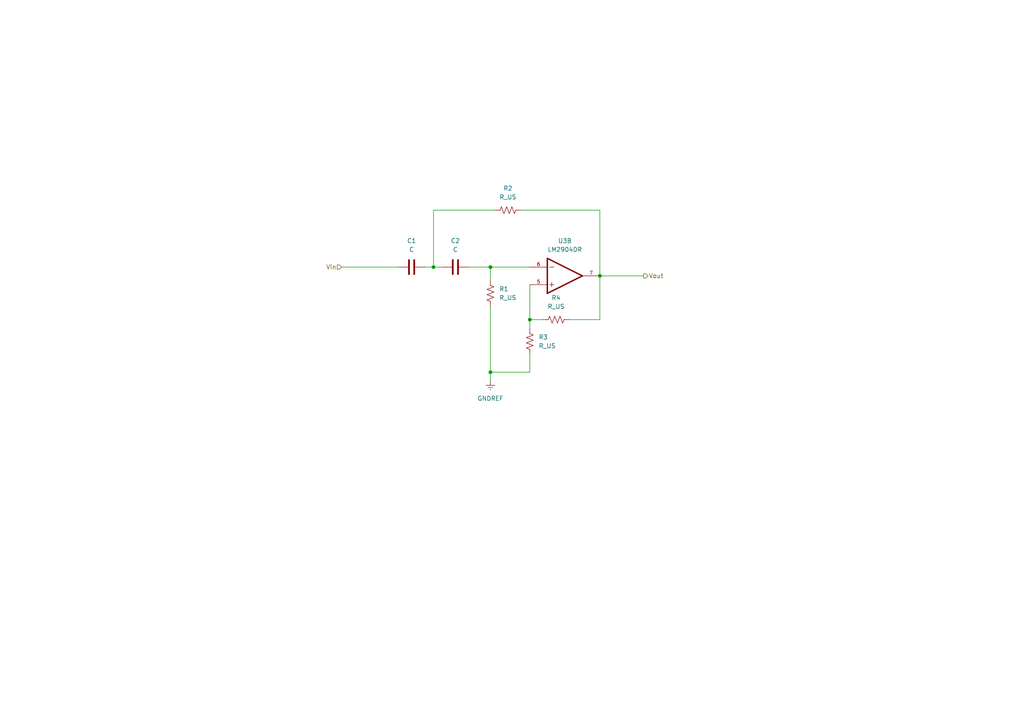
<source format=kicad_sch>
(kicad_sch (version 20230121) (generator eeschema)
  (paper "A4")
  (lib_symbols
    (symbol "Device:C" (pin_numbers hide) (pin_names (offset 0.254))
      (property "Reference" "C" (at 0.635 2.54 0))
      (property "Value" "C" (at 0.635 -2.54 0))
      (symbol "C_0_1"
        (polyline (pts (xy -2.032 -0.762) (xy 2.032 -0.762)) (stroke (width 0.508)))
        (polyline (pts (xy -2.032 0.762) (xy 2.032 0.762)) (stroke (width 0.508)))
      )
      (symbol "C_1_1"
        (pin passive line (at 0 3.81 270) (length 2.794) (name "~") (number "1"))
        (pin passive line (at 0 -3.81 90) (length 2.794) (name "~") (number "2"))
      )
    )
    (symbol "Device:R_US" (pin_numbers hide) (pin_names (offset 0))
      (property "Reference" "R" (at 2.54 0 90))
      (property "Value" "R_US" (at -2.54 0 90))
      (symbol "R_US_0_1"
        (polyline (pts (xy 0 -2.286) (xy 0 -2.54)))
        (polyline (pts (xy 0 2.286) (xy 0 2.54)))
        (polyline (pts (xy 0 -0.762) (xy 1.016 -1.143) (xy 0 -1.524) (xy -1.016 -1.905) (xy 0 -2.286)))
        (polyline (pts (xy 0 0.762) (xy 1.016 0.381) (xy 0 0) (xy -1.016 -0.381) (xy 0 -0.762)))
        (polyline (pts (xy 0 2.286) (xy 1.016 1.905) (xy 0 1.524) (xy -1.016 1.143) (xy 0 0.762)))
      )
      (symbol "R_US_1_1"
        (pin passive line (at 0 3.81 270) (length 1.27) (name "~") (number "1"))
        (pin passive line (at 0 -3.81 90) (length 1.27) (name "~") (number "2"))
      )
    )
    (symbol "Digikey2:LM2904DR" (pin_names (offset 1.016))
      (property "Reference" "U" (at 2.54 3.175 0))
      (property "Value" "LM2904DR" (at 2.54 -5.08 0))
      (symbol "LM2904DR_1_0"
        (polyline (pts (xy -5.08 -5.08) (xy 5.08 0)) (stroke (width 0.4064)))
        (polyline (pts (xy -5.08 5.08) (xy -5.08 -5.08)) (stroke (width 0.4064)))
        (polyline (pts (xy -4.445 -2.54) (xy -3.175 -2.54)) (stroke (width 0.1524)))
        (polyline (pts (xy -4.445 2.54) (xy -3.175 2.54)) (stroke (width 0.1524)))
        (polyline (pts (xy -3.81 -1.905) (xy -3.81 -3.175)) (stroke (width 0.1524)))
        (polyline (pts (xy 5.08 0) (xy -5.08 5.08)) (stroke (width 0.4064)))
        (text "V+" (at 1.27 3.175 900) (effects (font (size 0.8128 0.8128)) (justify left bottom)))
        (text "V-" (at 1.27 -4.445 900) (effects (font (size 0.8128 0.8128)) (justify left bottom)))
        (pin output line (at 10.16 0 180) (length 5.08) (name "~") (number "1"))
        (pin input line (at -10.16 2.54 0) (length 5.08) (name "~") (number "2"))
        (pin input line (at -10.16 -2.54 0) (length 5.08) (name "~") (number "3"))
        (pin power_in line (at 0 -7.62 90) (length 5.08) (name "~") (number "4"))
        (pin power_in line (at 0 7.62 270) (length 5.08) (name "~") (number "8"))
      )
      (symbol "LM2904DR_2_0"
        (polyline (pts (xy -5.08 -5.08) (xy 5.08 0)) (stroke (width 0.4064)))
        (polyline (pts (xy -5.08 5.08) (xy -5.08 -5.08)) (stroke (width 0.4064)))
        (polyline (pts (xy -4.445 -2.54) (xy -3.175 -2.54)) (stroke (width 0.1524)))
        (polyline (pts (xy -4.445 2.54) (xy -3.175 2.54)) (stroke (width 0.1524)))
        (polyline (pts (xy -3.81 -1.905) (xy -3.81 -3.175)) (stroke (width 0.1524)))
        (polyline (pts (xy 5.08 0) (xy -5.08 5.08)) (stroke (width 0.4064)))
        (pin input line (at -10.16 -2.54 0) (length 5.08) (name "~") (number "5"))
        (pin input line (at -10.16 2.54 0) (length 5.08) (name "~") (number "6"))
        (pin output line (at 10.16 0 180) (length 5.08) (name "~") (number "7"))
      )
    )
    (symbol "power:GNDREF" (power) (pin_names (offset 0))
      (property "Value" "GNDREF" (at 0 -3.81 0))
      (symbol "GNDREF_0_1"
        (polyline (pts (xy -0.635 -1.905) (xy 0.635 -1.905)))
        (polyline (pts (xy -0.127 -2.54) (xy 0.127 -2.54)))
        (polyline (pts (xy 0 -1.27) (xy 0 0)))
        (polyline (pts (xy 1.27 -1.27) (xy -1.27 -1.27)))
      )
      (symbol "GNDREF_1_1"
        (pin power_in line (at 0 0 270) (length 0) hide (name "GNDREF") (number "1"))
      )
    )
  )
  (junction (at 142.24 107.95))
  (junction (at 125.73 77.47))
  (junction (at 153.67 92.71))
  (junction (at 142.24 77.47))
  (junction (at 173.99 80.01))
  (wire (pts (xy 153.67 82.55) (xy 153.67 92.71)))
  (wire (pts (xy 142.24 77.47) (xy 153.67 77.47)))
  (wire (pts (xy 173.99 80.01) (xy 173.99 92.71)))
  (wire (pts (xy 125.73 77.47) (xy 125.73 60.96)))
  (wire (pts (xy 125.73 77.47) (xy 128.27 77.47)))
  (wire (pts (xy 123.19 77.47) (xy 125.73 77.47)))
  (wire (pts (xy 99.06 77.47) (xy 115.57 77.47)))
  (wire (pts (xy 153.67 92.71) (xy 157.48 92.71)))
  (wire (pts (xy 135.89 77.47) (xy 142.24 77.47)))
  (wire (pts (xy 142.24 110.49) (xy 142.24 107.95)))
  (wire (pts (xy 142.24 77.47) (xy 142.24 81.28)))
  (wire (pts (xy 125.73 60.96) (xy 143.51 60.96)))
  (wire (pts (xy 153.67 102.87) (xy 153.67 107.95)))
  (wire (pts (xy 173.99 92.71) (xy 165.1 92.71)))
  (wire (pts (xy 153.67 107.95) (xy 142.24 107.95)))
  (wire (pts (xy 151.13 60.96) (xy 173.99 60.96)))
  (wire (pts (xy 173.99 60.96) (xy 173.99 80.01)))
  (wire (pts (xy 153.67 92.71) (xy 153.67 95.25)))
  (wire (pts (xy 173.99 80.01) (xy 186.69 80.01)))
  (wire (pts (xy 142.24 88.9) (xy 142.24 107.95)))
  (hierarchical_label "Vout" (shape output) (at 186.69 80.01 0))
  (hierarchical_label "Vin" (shape input) (at 99.06 77.47 180))
  (symbol (lib_id "Device:R_US") (at 147.32 60.96 90) (unit 1)
    (property "Reference" "R2" (at 147.32 54.61 90))
    (property "Value" "R_US" (at 147.32 57.15 90))
  )
  (symbol (lib_id "Device:R_US") (at 142.24 85.09 0) (unit 1)
    (property "Reference" "R1" (at 144.78 83.82 0) (effects (justify left)))
    (property "Value" "R_US" (at 144.78 86.36 0) (effects (justify left)))
  )
  (symbol (lib_id "Device:R_US") (at 153.67 99.06 0) (unit 1)
    (property "Reference" "R3" (at 156.21 97.79 0) (effects (justify left)))
    (property "Value" "R_US" (at 156.21 100.33 0) (effects (justify left)))
  )
  (symbol (lib_id "Device:C") (at 132.08 77.47 90) (unit 1)
    (property "Reference" "C2" (at 132.08 69.85 90))
    (property "Value" "C" (at 132.08 72.39 90))
  )
  (symbol (lib_id "Digikey2:LM2904DR") (at 163.83 80.01 0) (unit 2)
    (property "Reference" "U3" (at 163.83 69.85 0))
    (property "Value" "LM2904DR" (at 163.83 72.39 0))
    (property "Footprint" "LM2904DR:SOIC127P599X175-8N" (effects hide))
    (property "PARTREV" "U" (effects hide))
    (property "STANDARD" "IPC-7351B" (effects hide))
    (property "MAXIMUM_PACKAGE_HEIGHT" "1.75mm" (effects hide))
    (property "MANUFACTURER" "Texas Instruments" (effects hide))
  )
  (symbol (lib_id "power:GNDREF") (at 142.24 110.49 0) (unit 1)
    (property "Reference" "#PWR06" (effects hide))
    (property "Value" "GNDREF" (at 142.24 115.57 0))
  )
  (symbol (lib_id "Device:C") (at 119.38 77.47 90) (unit 1)
    (property "Reference" "C1" (at 119.38 69.85 90))
    (property "Value" "C" (at 119.38 72.39 90))
  )
  (symbol (lib_id "Device:R_US") (at 161.29 92.71 90) (unit 1)
    (property "Reference" "R4" (at 161.29 86.36 90))
    (property "Value" "R_US" (at 161.29 88.9 90))
  )
)
</source>
